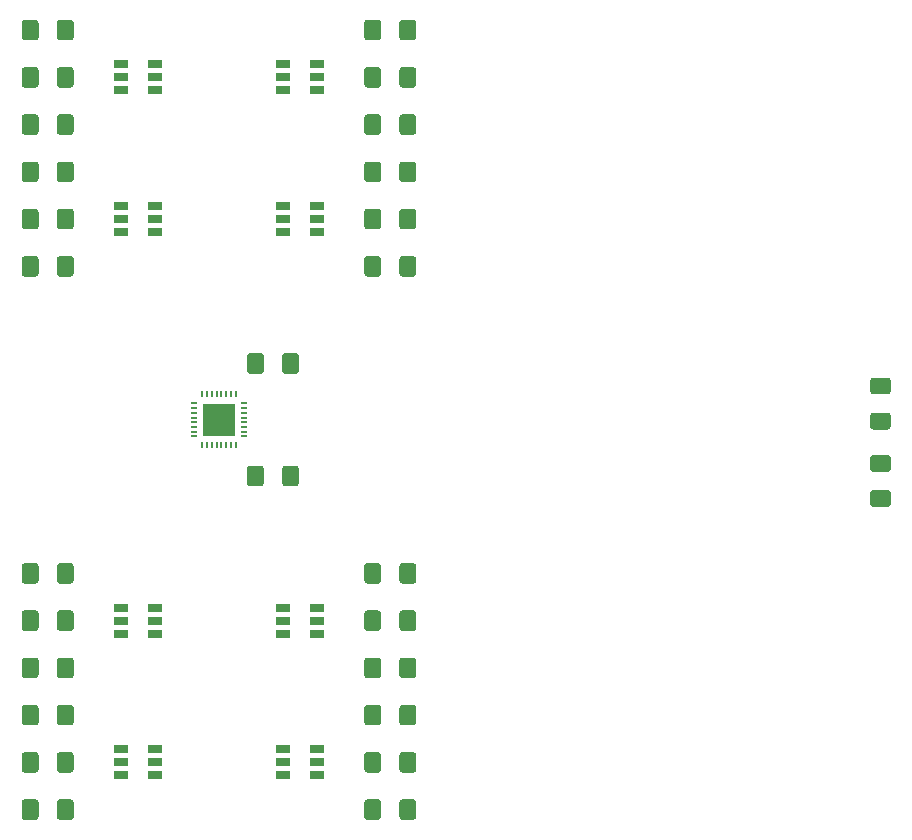
<source format=gbr>
%TF.GenerationSoftware,KiCad,Pcbnew,5.1.6*%
%TF.CreationDate,2020-06-18T23:16:12-07:00*%
%TF.ProjectId,draft,64726166-742e-46b6-9963-61645f706362,rev?*%
%TF.SameCoordinates,Original*%
%TF.FileFunction,Paste,Bot*%
%TF.FilePolarity,Positive*%
%FSLAX46Y46*%
G04 Gerber Fmt 4.6, Leading zero omitted, Abs format (unit mm)*
G04 Created by KiCad (PCBNEW 5.1.6) date 2020-06-18 23:16:12*
%MOMM*%
%LPD*%
G01*
G04 APERTURE LIST*
%ADD10R,1.300000X0.700000*%
%ADD11R,2.800000X2.800000*%
%ADD12R,0.500000X0.200000*%
%ADD13R,0.200000X0.500000*%
G04 APERTURE END LIST*
%TO.C,C2*%
G36*
G01*
X59830000Y-62855000D02*
X59830000Y-61605000D01*
G75*
G02*
X60080000Y-61355000I250000J0D01*
G01*
X61005000Y-61355000D01*
G75*
G02*
X61255000Y-61605000I0J-250000D01*
G01*
X61255000Y-62855000D01*
G75*
G02*
X61005000Y-63105000I-250000J0D01*
G01*
X60080000Y-63105000D01*
G75*
G02*
X59830000Y-62855000I0J250000D01*
G01*
G37*
G36*
G01*
X56855000Y-62855000D02*
X56855000Y-61605000D01*
G75*
G02*
X57105000Y-61355000I250000J0D01*
G01*
X58030000Y-61355000D01*
G75*
G02*
X58280000Y-61605000I0J-250000D01*
G01*
X58280000Y-62855000D01*
G75*
G02*
X58030000Y-63105000I-250000J0D01*
G01*
X57105000Y-63105000D01*
G75*
G02*
X56855000Y-62855000I0J250000D01*
G01*
G37*
%TD*%
%TO.C,C1*%
G36*
G01*
X59830000Y-72380000D02*
X59830000Y-71130000D01*
G75*
G02*
X60080000Y-70880000I250000J0D01*
G01*
X61005000Y-70880000D01*
G75*
G02*
X61255000Y-71130000I0J-250000D01*
G01*
X61255000Y-72380000D01*
G75*
G02*
X61005000Y-72630000I-250000J0D01*
G01*
X60080000Y-72630000D01*
G75*
G02*
X59830000Y-72380000I0J250000D01*
G01*
G37*
G36*
G01*
X56855000Y-72380000D02*
X56855000Y-71130000D01*
G75*
G02*
X57105000Y-70880000I250000J0D01*
G01*
X58030000Y-70880000D01*
G75*
G02*
X58280000Y-71130000I0J-250000D01*
G01*
X58280000Y-72380000D01*
G75*
G02*
X58030000Y-72630000I-250000J0D01*
G01*
X57105000Y-72630000D01*
G75*
G02*
X56855000Y-72380000I0J250000D01*
G01*
G37*
%TD*%
%TO.C,R2*%
G36*
G01*
X109865000Y-66397500D02*
X111115000Y-66397500D01*
G75*
G02*
X111365000Y-66647500I0J-250000D01*
G01*
X111365000Y-67572500D01*
G75*
G02*
X111115000Y-67822500I-250000J0D01*
G01*
X109865000Y-67822500D01*
G75*
G02*
X109615000Y-67572500I0J250000D01*
G01*
X109615000Y-66647500D01*
G75*
G02*
X109865000Y-66397500I250000J0D01*
G01*
G37*
G36*
G01*
X109865000Y-63422500D02*
X111115000Y-63422500D01*
G75*
G02*
X111365000Y-63672500I0J-250000D01*
G01*
X111365000Y-64597500D01*
G75*
G02*
X111115000Y-64847500I-250000J0D01*
G01*
X109865000Y-64847500D01*
G75*
G02*
X109615000Y-64597500I0J250000D01*
G01*
X109615000Y-63672500D01*
G75*
G02*
X109865000Y-63422500I250000J0D01*
G01*
G37*
%TD*%
%TO.C,R1*%
G36*
G01*
X109865000Y-72947500D02*
X111115000Y-72947500D01*
G75*
G02*
X111365000Y-73197500I0J-250000D01*
G01*
X111365000Y-74122500D01*
G75*
G02*
X111115000Y-74372500I-250000J0D01*
G01*
X109865000Y-74372500D01*
G75*
G02*
X109615000Y-74122500I0J250000D01*
G01*
X109615000Y-73197500D01*
G75*
G02*
X109865000Y-72947500I250000J0D01*
G01*
G37*
G36*
G01*
X109865000Y-69972500D02*
X111115000Y-69972500D01*
G75*
G02*
X111365000Y-70222500I0J-250000D01*
G01*
X111365000Y-71147500D01*
G75*
G02*
X111115000Y-71397500I-250000J0D01*
G01*
X109865000Y-71397500D01*
G75*
G02*
X109615000Y-71147500I0J250000D01*
G01*
X109615000Y-70222500D01*
G75*
G02*
X109865000Y-69972500I250000J0D01*
G01*
G37*
%TD*%
%TO.C,R27*%
G36*
G01*
X69760000Y-54625000D02*
X69760000Y-53375000D01*
G75*
G02*
X70010000Y-53125000I250000J0D01*
G01*
X70935000Y-53125000D01*
G75*
G02*
X71185000Y-53375000I0J-250000D01*
G01*
X71185000Y-54625000D01*
G75*
G02*
X70935000Y-54875000I-250000J0D01*
G01*
X70010000Y-54875000D01*
G75*
G02*
X69760000Y-54625000I0J250000D01*
G01*
G37*
G36*
G01*
X66785000Y-54625000D02*
X66785000Y-53375000D01*
G75*
G02*
X67035000Y-53125000I250000J0D01*
G01*
X67960000Y-53125000D01*
G75*
G02*
X68210000Y-53375000I0J-250000D01*
G01*
X68210000Y-54625000D01*
G75*
G02*
X67960000Y-54875000I-250000J0D01*
G01*
X67035000Y-54875000D01*
G75*
G02*
X66785000Y-54625000I0J250000D01*
G01*
G37*
%TD*%
%TO.C,R26*%
G36*
G01*
X69760000Y-50625000D02*
X69760000Y-49375000D01*
G75*
G02*
X70010000Y-49125000I250000J0D01*
G01*
X70935000Y-49125000D01*
G75*
G02*
X71185000Y-49375000I0J-250000D01*
G01*
X71185000Y-50625000D01*
G75*
G02*
X70935000Y-50875000I-250000J0D01*
G01*
X70010000Y-50875000D01*
G75*
G02*
X69760000Y-50625000I0J250000D01*
G01*
G37*
G36*
G01*
X66785000Y-50625000D02*
X66785000Y-49375000D01*
G75*
G02*
X67035000Y-49125000I250000J0D01*
G01*
X67960000Y-49125000D01*
G75*
G02*
X68210000Y-49375000I0J-250000D01*
G01*
X68210000Y-50625000D01*
G75*
G02*
X67960000Y-50875000I-250000J0D01*
G01*
X67035000Y-50875000D01*
G75*
G02*
X66785000Y-50625000I0J250000D01*
G01*
G37*
%TD*%
%TO.C,R25*%
G36*
G01*
X69760000Y-80625000D02*
X69760000Y-79375000D01*
G75*
G02*
X70010000Y-79125000I250000J0D01*
G01*
X70935000Y-79125000D01*
G75*
G02*
X71185000Y-79375000I0J-250000D01*
G01*
X71185000Y-80625000D01*
G75*
G02*
X70935000Y-80875000I-250000J0D01*
G01*
X70010000Y-80875000D01*
G75*
G02*
X69760000Y-80625000I0J250000D01*
G01*
G37*
G36*
G01*
X66785000Y-80625000D02*
X66785000Y-79375000D01*
G75*
G02*
X67035000Y-79125000I250000J0D01*
G01*
X67960000Y-79125000D01*
G75*
G02*
X68210000Y-79375000I0J-250000D01*
G01*
X68210000Y-80625000D01*
G75*
G02*
X67960000Y-80875000I-250000J0D01*
G01*
X67035000Y-80875000D01*
G75*
G02*
X66785000Y-80625000I0J250000D01*
G01*
G37*
%TD*%
%TO.C,R24*%
G36*
G01*
X69760000Y-46625000D02*
X69760000Y-45375000D01*
G75*
G02*
X70010000Y-45125000I250000J0D01*
G01*
X70935000Y-45125000D01*
G75*
G02*
X71185000Y-45375000I0J-250000D01*
G01*
X71185000Y-46625000D01*
G75*
G02*
X70935000Y-46875000I-250000J0D01*
G01*
X70010000Y-46875000D01*
G75*
G02*
X69760000Y-46625000I0J250000D01*
G01*
G37*
G36*
G01*
X66785000Y-46625000D02*
X66785000Y-45375000D01*
G75*
G02*
X67035000Y-45125000I250000J0D01*
G01*
X67960000Y-45125000D01*
G75*
G02*
X68210000Y-45375000I0J-250000D01*
G01*
X68210000Y-46625000D01*
G75*
G02*
X67960000Y-46875000I-250000J0D01*
G01*
X67035000Y-46875000D01*
G75*
G02*
X66785000Y-46625000I0J250000D01*
G01*
G37*
%TD*%
%TO.C,R23*%
G36*
G01*
X69760000Y-84625000D02*
X69760000Y-83375000D01*
G75*
G02*
X70010000Y-83125000I250000J0D01*
G01*
X70935000Y-83125000D01*
G75*
G02*
X71185000Y-83375000I0J-250000D01*
G01*
X71185000Y-84625000D01*
G75*
G02*
X70935000Y-84875000I-250000J0D01*
G01*
X70010000Y-84875000D01*
G75*
G02*
X69760000Y-84625000I0J250000D01*
G01*
G37*
G36*
G01*
X66785000Y-84625000D02*
X66785000Y-83375000D01*
G75*
G02*
X67035000Y-83125000I250000J0D01*
G01*
X67960000Y-83125000D01*
G75*
G02*
X68210000Y-83375000I0J-250000D01*
G01*
X68210000Y-84625000D01*
G75*
G02*
X67960000Y-84875000I-250000J0D01*
G01*
X67035000Y-84875000D01*
G75*
G02*
X66785000Y-84625000I0J250000D01*
G01*
G37*
%TD*%
%TO.C,R22*%
G36*
G01*
X69760000Y-88625000D02*
X69760000Y-87375000D01*
G75*
G02*
X70010000Y-87125000I250000J0D01*
G01*
X70935000Y-87125000D01*
G75*
G02*
X71185000Y-87375000I0J-250000D01*
G01*
X71185000Y-88625000D01*
G75*
G02*
X70935000Y-88875000I-250000J0D01*
G01*
X70010000Y-88875000D01*
G75*
G02*
X69760000Y-88625000I0J250000D01*
G01*
G37*
G36*
G01*
X66785000Y-88625000D02*
X66785000Y-87375000D01*
G75*
G02*
X67035000Y-87125000I250000J0D01*
G01*
X67960000Y-87125000D01*
G75*
G02*
X68210000Y-87375000I0J-250000D01*
G01*
X68210000Y-88625000D01*
G75*
G02*
X67960000Y-88875000I-250000J0D01*
G01*
X67035000Y-88875000D01*
G75*
G02*
X66785000Y-88625000I0J250000D01*
G01*
G37*
%TD*%
%TO.C,R21*%
G36*
G01*
X69760000Y-42625000D02*
X69760000Y-41375000D01*
G75*
G02*
X70010000Y-41125000I250000J0D01*
G01*
X70935000Y-41125000D01*
G75*
G02*
X71185000Y-41375000I0J-250000D01*
G01*
X71185000Y-42625000D01*
G75*
G02*
X70935000Y-42875000I-250000J0D01*
G01*
X70010000Y-42875000D01*
G75*
G02*
X69760000Y-42625000I0J250000D01*
G01*
G37*
G36*
G01*
X66785000Y-42625000D02*
X66785000Y-41375000D01*
G75*
G02*
X67035000Y-41125000I250000J0D01*
G01*
X67960000Y-41125000D01*
G75*
G02*
X68210000Y-41375000I0J-250000D01*
G01*
X68210000Y-42625000D01*
G75*
G02*
X67960000Y-42875000I-250000J0D01*
G01*
X67035000Y-42875000D01*
G75*
G02*
X66785000Y-42625000I0J250000D01*
G01*
G37*
%TD*%
%TO.C,R20*%
G36*
G01*
X69760000Y-38625000D02*
X69760000Y-37375000D01*
G75*
G02*
X70010000Y-37125000I250000J0D01*
G01*
X70935000Y-37125000D01*
G75*
G02*
X71185000Y-37375000I0J-250000D01*
G01*
X71185000Y-38625000D01*
G75*
G02*
X70935000Y-38875000I-250000J0D01*
G01*
X70010000Y-38875000D01*
G75*
G02*
X69760000Y-38625000I0J250000D01*
G01*
G37*
G36*
G01*
X66785000Y-38625000D02*
X66785000Y-37375000D01*
G75*
G02*
X67035000Y-37125000I250000J0D01*
G01*
X67960000Y-37125000D01*
G75*
G02*
X68210000Y-37375000I0J-250000D01*
G01*
X68210000Y-38625000D01*
G75*
G02*
X67960000Y-38875000I-250000J0D01*
G01*
X67035000Y-38875000D01*
G75*
G02*
X66785000Y-38625000I0J250000D01*
G01*
G37*
%TD*%
%TO.C,R19*%
G36*
G01*
X69760000Y-92625000D02*
X69760000Y-91375000D01*
G75*
G02*
X70010000Y-91125000I250000J0D01*
G01*
X70935000Y-91125000D01*
G75*
G02*
X71185000Y-91375000I0J-250000D01*
G01*
X71185000Y-92625000D01*
G75*
G02*
X70935000Y-92875000I-250000J0D01*
G01*
X70010000Y-92875000D01*
G75*
G02*
X69760000Y-92625000I0J250000D01*
G01*
G37*
G36*
G01*
X66785000Y-92625000D02*
X66785000Y-91375000D01*
G75*
G02*
X67035000Y-91125000I250000J0D01*
G01*
X67960000Y-91125000D01*
G75*
G02*
X68210000Y-91375000I0J-250000D01*
G01*
X68210000Y-92625000D01*
G75*
G02*
X67960000Y-92875000I-250000J0D01*
G01*
X67035000Y-92875000D01*
G75*
G02*
X66785000Y-92625000I0J250000D01*
G01*
G37*
%TD*%
%TO.C,R18*%
G36*
G01*
X69760000Y-34625000D02*
X69760000Y-33375000D01*
G75*
G02*
X70010000Y-33125000I250000J0D01*
G01*
X70935000Y-33125000D01*
G75*
G02*
X71185000Y-33375000I0J-250000D01*
G01*
X71185000Y-34625000D01*
G75*
G02*
X70935000Y-34875000I-250000J0D01*
G01*
X70010000Y-34875000D01*
G75*
G02*
X69760000Y-34625000I0J250000D01*
G01*
G37*
G36*
G01*
X66785000Y-34625000D02*
X66785000Y-33375000D01*
G75*
G02*
X67035000Y-33125000I250000J0D01*
G01*
X67960000Y-33125000D01*
G75*
G02*
X68210000Y-33375000I0J-250000D01*
G01*
X68210000Y-34625000D01*
G75*
G02*
X67960000Y-34875000I-250000J0D01*
G01*
X67035000Y-34875000D01*
G75*
G02*
X66785000Y-34625000I0J250000D01*
G01*
G37*
%TD*%
%TO.C,R17*%
G36*
G01*
X69760000Y-96625000D02*
X69760000Y-95375000D01*
G75*
G02*
X70010000Y-95125000I250000J0D01*
G01*
X70935000Y-95125000D01*
G75*
G02*
X71185000Y-95375000I0J-250000D01*
G01*
X71185000Y-96625000D01*
G75*
G02*
X70935000Y-96875000I-250000J0D01*
G01*
X70010000Y-96875000D01*
G75*
G02*
X69760000Y-96625000I0J250000D01*
G01*
G37*
G36*
G01*
X66785000Y-96625000D02*
X66785000Y-95375000D01*
G75*
G02*
X67035000Y-95125000I250000J0D01*
G01*
X67960000Y-95125000D01*
G75*
G02*
X68210000Y-95375000I0J-250000D01*
G01*
X68210000Y-96625000D01*
G75*
G02*
X67960000Y-96875000I-250000J0D01*
G01*
X67035000Y-96875000D01*
G75*
G02*
X66785000Y-96625000I0J250000D01*
G01*
G37*
%TD*%
%TO.C,R16*%
G36*
G01*
X69760000Y-100625000D02*
X69760000Y-99375000D01*
G75*
G02*
X70010000Y-99125000I250000J0D01*
G01*
X70935000Y-99125000D01*
G75*
G02*
X71185000Y-99375000I0J-250000D01*
G01*
X71185000Y-100625000D01*
G75*
G02*
X70935000Y-100875000I-250000J0D01*
G01*
X70010000Y-100875000D01*
G75*
G02*
X69760000Y-100625000I0J250000D01*
G01*
G37*
G36*
G01*
X66785000Y-100625000D02*
X66785000Y-99375000D01*
G75*
G02*
X67035000Y-99125000I250000J0D01*
G01*
X67960000Y-99125000D01*
G75*
G02*
X68210000Y-99375000I0J-250000D01*
G01*
X68210000Y-100625000D01*
G75*
G02*
X67960000Y-100875000I-250000J0D01*
G01*
X67035000Y-100875000D01*
G75*
G02*
X66785000Y-100625000I0J250000D01*
G01*
G37*
%TD*%
%TO.C,R15*%
G36*
G01*
X39210000Y-45375000D02*
X39210000Y-46625000D01*
G75*
G02*
X38960000Y-46875000I-250000J0D01*
G01*
X38035000Y-46875000D01*
G75*
G02*
X37785000Y-46625000I0J250000D01*
G01*
X37785000Y-45375000D01*
G75*
G02*
X38035000Y-45125000I250000J0D01*
G01*
X38960000Y-45125000D01*
G75*
G02*
X39210000Y-45375000I0J-250000D01*
G01*
G37*
G36*
G01*
X42185000Y-45375000D02*
X42185000Y-46625000D01*
G75*
G02*
X41935000Y-46875000I-250000J0D01*
G01*
X41010000Y-46875000D01*
G75*
G02*
X40760000Y-46625000I0J250000D01*
G01*
X40760000Y-45375000D01*
G75*
G02*
X41010000Y-45125000I250000J0D01*
G01*
X41935000Y-45125000D01*
G75*
G02*
X42185000Y-45375000I0J-250000D01*
G01*
G37*
%TD*%
%TO.C,R14*%
G36*
G01*
X39210000Y-49375000D02*
X39210000Y-50625000D01*
G75*
G02*
X38960000Y-50875000I-250000J0D01*
G01*
X38035000Y-50875000D01*
G75*
G02*
X37785000Y-50625000I0J250000D01*
G01*
X37785000Y-49375000D01*
G75*
G02*
X38035000Y-49125000I250000J0D01*
G01*
X38960000Y-49125000D01*
G75*
G02*
X39210000Y-49375000I0J-250000D01*
G01*
G37*
G36*
G01*
X42185000Y-49375000D02*
X42185000Y-50625000D01*
G75*
G02*
X41935000Y-50875000I-250000J0D01*
G01*
X41010000Y-50875000D01*
G75*
G02*
X40760000Y-50625000I0J250000D01*
G01*
X40760000Y-49375000D01*
G75*
G02*
X41010000Y-49125000I250000J0D01*
G01*
X41935000Y-49125000D01*
G75*
G02*
X42185000Y-49375000I0J-250000D01*
G01*
G37*
%TD*%
%TO.C,R13*%
G36*
G01*
X39210000Y-99375000D02*
X39210000Y-100625000D01*
G75*
G02*
X38960000Y-100875000I-250000J0D01*
G01*
X38035000Y-100875000D01*
G75*
G02*
X37785000Y-100625000I0J250000D01*
G01*
X37785000Y-99375000D01*
G75*
G02*
X38035000Y-99125000I250000J0D01*
G01*
X38960000Y-99125000D01*
G75*
G02*
X39210000Y-99375000I0J-250000D01*
G01*
G37*
G36*
G01*
X42185000Y-99375000D02*
X42185000Y-100625000D01*
G75*
G02*
X41935000Y-100875000I-250000J0D01*
G01*
X41010000Y-100875000D01*
G75*
G02*
X40760000Y-100625000I0J250000D01*
G01*
X40760000Y-99375000D01*
G75*
G02*
X41010000Y-99125000I250000J0D01*
G01*
X41935000Y-99125000D01*
G75*
G02*
X42185000Y-99375000I0J-250000D01*
G01*
G37*
%TD*%
%TO.C,R12*%
G36*
G01*
X39210000Y-53375000D02*
X39210000Y-54625000D01*
G75*
G02*
X38960000Y-54875000I-250000J0D01*
G01*
X38035000Y-54875000D01*
G75*
G02*
X37785000Y-54625000I0J250000D01*
G01*
X37785000Y-53375000D01*
G75*
G02*
X38035000Y-53125000I250000J0D01*
G01*
X38960000Y-53125000D01*
G75*
G02*
X39210000Y-53375000I0J-250000D01*
G01*
G37*
G36*
G01*
X42185000Y-53375000D02*
X42185000Y-54625000D01*
G75*
G02*
X41935000Y-54875000I-250000J0D01*
G01*
X41010000Y-54875000D01*
G75*
G02*
X40760000Y-54625000I0J250000D01*
G01*
X40760000Y-53375000D01*
G75*
G02*
X41010000Y-53125000I250000J0D01*
G01*
X41935000Y-53125000D01*
G75*
G02*
X42185000Y-53375000I0J-250000D01*
G01*
G37*
%TD*%
%TO.C,R11*%
G36*
G01*
X39210000Y-95375000D02*
X39210000Y-96625000D01*
G75*
G02*
X38960000Y-96875000I-250000J0D01*
G01*
X38035000Y-96875000D01*
G75*
G02*
X37785000Y-96625000I0J250000D01*
G01*
X37785000Y-95375000D01*
G75*
G02*
X38035000Y-95125000I250000J0D01*
G01*
X38960000Y-95125000D01*
G75*
G02*
X39210000Y-95375000I0J-250000D01*
G01*
G37*
G36*
G01*
X42185000Y-95375000D02*
X42185000Y-96625000D01*
G75*
G02*
X41935000Y-96875000I-250000J0D01*
G01*
X41010000Y-96875000D01*
G75*
G02*
X40760000Y-96625000I0J250000D01*
G01*
X40760000Y-95375000D01*
G75*
G02*
X41010000Y-95125000I250000J0D01*
G01*
X41935000Y-95125000D01*
G75*
G02*
X42185000Y-95375000I0J-250000D01*
G01*
G37*
%TD*%
%TO.C,R10*%
G36*
G01*
X39210000Y-91375000D02*
X39210000Y-92625000D01*
G75*
G02*
X38960000Y-92875000I-250000J0D01*
G01*
X38035000Y-92875000D01*
G75*
G02*
X37785000Y-92625000I0J250000D01*
G01*
X37785000Y-91375000D01*
G75*
G02*
X38035000Y-91125000I250000J0D01*
G01*
X38960000Y-91125000D01*
G75*
G02*
X39210000Y-91375000I0J-250000D01*
G01*
G37*
G36*
G01*
X42185000Y-91375000D02*
X42185000Y-92625000D01*
G75*
G02*
X41935000Y-92875000I-250000J0D01*
G01*
X41010000Y-92875000D01*
G75*
G02*
X40760000Y-92625000I0J250000D01*
G01*
X40760000Y-91375000D01*
G75*
G02*
X41010000Y-91125000I250000J0D01*
G01*
X41935000Y-91125000D01*
G75*
G02*
X42185000Y-91375000I0J-250000D01*
G01*
G37*
%TD*%
%TO.C,R9*%
G36*
G01*
X39210000Y-33375000D02*
X39210000Y-34625000D01*
G75*
G02*
X38960000Y-34875000I-250000J0D01*
G01*
X38035000Y-34875000D01*
G75*
G02*
X37785000Y-34625000I0J250000D01*
G01*
X37785000Y-33375000D01*
G75*
G02*
X38035000Y-33125000I250000J0D01*
G01*
X38960000Y-33125000D01*
G75*
G02*
X39210000Y-33375000I0J-250000D01*
G01*
G37*
G36*
G01*
X42185000Y-33375000D02*
X42185000Y-34625000D01*
G75*
G02*
X41935000Y-34875000I-250000J0D01*
G01*
X41010000Y-34875000D01*
G75*
G02*
X40760000Y-34625000I0J250000D01*
G01*
X40760000Y-33375000D01*
G75*
G02*
X41010000Y-33125000I250000J0D01*
G01*
X41935000Y-33125000D01*
G75*
G02*
X42185000Y-33375000I0J-250000D01*
G01*
G37*
%TD*%
%TO.C,R8*%
G36*
G01*
X39210000Y-37375000D02*
X39210000Y-38625000D01*
G75*
G02*
X38960000Y-38875000I-250000J0D01*
G01*
X38035000Y-38875000D01*
G75*
G02*
X37785000Y-38625000I0J250000D01*
G01*
X37785000Y-37375000D01*
G75*
G02*
X38035000Y-37125000I250000J0D01*
G01*
X38960000Y-37125000D01*
G75*
G02*
X39210000Y-37375000I0J-250000D01*
G01*
G37*
G36*
G01*
X42185000Y-37375000D02*
X42185000Y-38625000D01*
G75*
G02*
X41935000Y-38875000I-250000J0D01*
G01*
X41010000Y-38875000D01*
G75*
G02*
X40760000Y-38625000I0J250000D01*
G01*
X40760000Y-37375000D01*
G75*
G02*
X41010000Y-37125000I250000J0D01*
G01*
X41935000Y-37125000D01*
G75*
G02*
X42185000Y-37375000I0J-250000D01*
G01*
G37*
%TD*%
%TO.C,R7*%
G36*
G01*
X39210000Y-87375000D02*
X39210000Y-88625000D01*
G75*
G02*
X38960000Y-88875000I-250000J0D01*
G01*
X38035000Y-88875000D01*
G75*
G02*
X37785000Y-88625000I0J250000D01*
G01*
X37785000Y-87375000D01*
G75*
G02*
X38035000Y-87125000I250000J0D01*
G01*
X38960000Y-87125000D01*
G75*
G02*
X39210000Y-87375000I0J-250000D01*
G01*
G37*
G36*
G01*
X42185000Y-87375000D02*
X42185000Y-88625000D01*
G75*
G02*
X41935000Y-88875000I-250000J0D01*
G01*
X41010000Y-88875000D01*
G75*
G02*
X40760000Y-88625000I0J250000D01*
G01*
X40760000Y-87375000D01*
G75*
G02*
X41010000Y-87125000I250000J0D01*
G01*
X41935000Y-87125000D01*
G75*
G02*
X42185000Y-87375000I0J-250000D01*
G01*
G37*
%TD*%
%TO.C,R6*%
G36*
G01*
X39210000Y-41375000D02*
X39210000Y-42625000D01*
G75*
G02*
X38960000Y-42875000I-250000J0D01*
G01*
X38035000Y-42875000D01*
G75*
G02*
X37785000Y-42625000I0J250000D01*
G01*
X37785000Y-41375000D01*
G75*
G02*
X38035000Y-41125000I250000J0D01*
G01*
X38960000Y-41125000D01*
G75*
G02*
X39210000Y-41375000I0J-250000D01*
G01*
G37*
G36*
G01*
X42185000Y-41375000D02*
X42185000Y-42625000D01*
G75*
G02*
X41935000Y-42875000I-250000J0D01*
G01*
X41010000Y-42875000D01*
G75*
G02*
X40760000Y-42625000I0J250000D01*
G01*
X40760000Y-41375000D01*
G75*
G02*
X41010000Y-41125000I250000J0D01*
G01*
X41935000Y-41125000D01*
G75*
G02*
X42185000Y-41375000I0J-250000D01*
G01*
G37*
%TD*%
%TO.C,R5*%
G36*
G01*
X39210000Y-83375000D02*
X39210000Y-84625000D01*
G75*
G02*
X38960000Y-84875000I-250000J0D01*
G01*
X38035000Y-84875000D01*
G75*
G02*
X37785000Y-84625000I0J250000D01*
G01*
X37785000Y-83375000D01*
G75*
G02*
X38035000Y-83125000I250000J0D01*
G01*
X38960000Y-83125000D01*
G75*
G02*
X39210000Y-83375000I0J-250000D01*
G01*
G37*
G36*
G01*
X42185000Y-83375000D02*
X42185000Y-84625000D01*
G75*
G02*
X41935000Y-84875000I-250000J0D01*
G01*
X41010000Y-84875000D01*
G75*
G02*
X40760000Y-84625000I0J250000D01*
G01*
X40760000Y-83375000D01*
G75*
G02*
X41010000Y-83125000I250000J0D01*
G01*
X41935000Y-83125000D01*
G75*
G02*
X42185000Y-83375000I0J-250000D01*
G01*
G37*
%TD*%
%TO.C,R4*%
G36*
G01*
X39210000Y-79375000D02*
X39210000Y-80625000D01*
G75*
G02*
X38960000Y-80875000I-250000J0D01*
G01*
X38035000Y-80875000D01*
G75*
G02*
X37785000Y-80625000I0J250000D01*
G01*
X37785000Y-79375000D01*
G75*
G02*
X38035000Y-79125000I250000J0D01*
G01*
X38960000Y-79125000D01*
G75*
G02*
X39210000Y-79375000I0J-250000D01*
G01*
G37*
G36*
G01*
X42185000Y-79375000D02*
X42185000Y-80625000D01*
G75*
G02*
X41935000Y-80875000I-250000J0D01*
G01*
X41010000Y-80875000D01*
G75*
G02*
X40760000Y-80625000I0J250000D01*
G01*
X40760000Y-79375000D01*
G75*
G02*
X41010000Y-79125000I250000J0D01*
G01*
X41935000Y-79125000D01*
G75*
G02*
X42185000Y-79375000I0J-250000D01*
G01*
G37*
%TD*%
D10*
%TO.C,LED8*%
X59870000Y-82900000D03*
X59870000Y-84000000D03*
X59870000Y-85100000D03*
X62820000Y-82900000D03*
X62820000Y-84000000D03*
X62820000Y-85100000D03*
%TD*%
%TO.C,LED7*%
X59870000Y-48900000D03*
X59870000Y-50000000D03*
X59870000Y-51100000D03*
X62820000Y-48900000D03*
X62820000Y-50000000D03*
X62820000Y-51100000D03*
%TD*%
%TO.C,LED6*%
X59870000Y-94900000D03*
X59870000Y-96000000D03*
X59870000Y-97100000D03*
X62820000Y-94900000D03*
X62820000Y-96000000D03*
X62820000Y-97100000D03*
%TD*%
%TO.C,LED5*%
X59870000Y-36900000D03*
X59870000Y-38000000D03*
X59870000Y-39100000D03*
X62820000Y-36900000D03*
X62820000Y-38000000D03*
X62820000Y-39100000D03*
%TD*%
%TO.C,LED4*%
X49100000Y-97100000D03*
X49100000Y-96000000D03*
X49100000Y-94900000D03*
X46150000Y-97100000D03*
X46150000Y-96000000D03*
X46150000Y-94900000D03*
%TD*%
%TO.C,LED3*%
X49100000Y-51100000D03*
X49100000Y-50000000D03*
X49100000Y-48900000D03*
X46150000Y-51100000D03*
X46150000Y-50000000D03*
X46150000Y-48900000D03*
%TD*%
%TO.C,LED2*%
X49100000Y-85100000D03*
X49100000Y-84000000D03*
X49100000Y-82900000D03*
X46150000Y-85100000D03*
X46150000Y-84000000D03*
X46150000Y-82900000D03*
%TD*%
%TO.C,LED1*%
X49100000Y-39100000D03*
X49100000Y-38000000D03*
X49100000Y-36900000D03*
X46150000Y-39100000D03*
X46150000Y-38000000D03*
X46150000Y-36900000D03*
%TD*%
D11*
%TO.C,IC1*%
X54485000Y-67000000D03*
D12*
X56635000Y-68400000D03*
X56635000Y-68000000D03*
X56635000Y-67600000D03*
X56635000Y-67200000D03*
X56635000Y-66800000D03*
X56635000Y-66400000D03*
X56635000Y-66000000D03*
X56635000Y-65600000D03*
D13*
X55885000Y-64850000D03*
X55485000Y-64850000D03*
X55085000Y-64850000D03*
X54685000Y-64850000D03*
X54285000Y-64850000D03*
X53885000Y-64850000D03*
X53485000Y-64850000D03*
X53085000Y-64850000D03*
D12*
X52335000Y-65600000D03*
X52335000Y-66000000D03*
X52335000Y-66400000D03*
X52335000Y-66800000D03*
X52335000Y-67200000D03*
X52335000Y-67600000D03*
X52335000Y-68000000D03*
X52335000Y-68400000D03*
D13*
X53085000Y-69150000D03*
X53485000Y-69150000D03*
X53885000Y-69150000D03*
X54285000Y-69150000D03*
X54685000Y-69150000D03*
X55085000Y-69150000D03*
X55485000Y-69150000D03*
X55885000Y-69150000D03*
%TD*%
M02*

</source>
